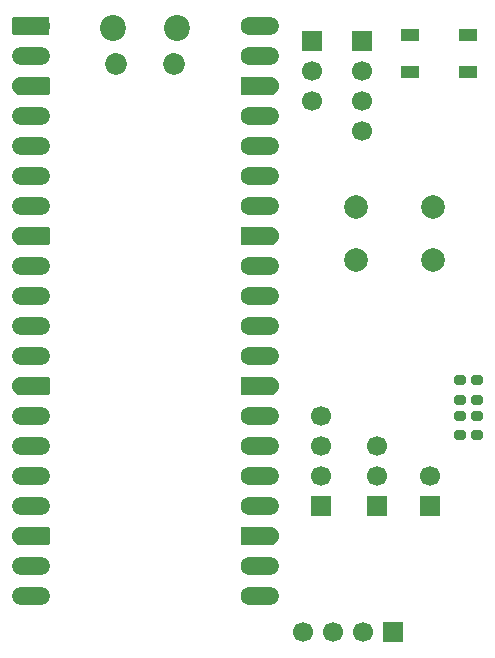
<source format=gbr>
%TF.GenerationSoftware,KiCad,Pcbnew,9.0.6*%
%TF.CreationDate,2025-11-19T19:53:09-08:00*%
%TF.ProjectId,LED sniffer project,4c454420-736e-4696-9666-65722070726f,1.0*%
%TF.SameCoordinates,Original*%
%TF.FileFunction,Soldermask,Top*%
%TF.FilePolarity,Negative*%
%FSLAX46Y46*%
G04 Gerber Fmt 4.6, Leading zero omitted, Abs format (unit mm)*
G04 Created by KiCad (PCBNEW 9.0.6) date 2025-11-19 19:53:09*
%MOMM*%
%LPD*%
G01*
G04 APERTURE LIST*
G04 Aperture macros list*
%AMRoundRect*
0 Rectangle with rounded corners*
0 $1 Rounding radius*
0 $2 $3 $4 $5 $6 $7 $8 $9 X,Y pos of 4 corners*
0 Add a 4 corners polygon primitive as box body*
4,1,4,$2,$3,$4,$5,$6,$7,$8,$9,$2,$3,0*
0 Add four circle primitives for the rounded corners*
1,1,$1+$1,$2,$3*
1,1,$1+$1,$4,$5*
1,1,$1+$1,$6,$7*
1,1,$1+$1,$8,$9*
0 Add four rect primitives between the rounded corners*
20,1,$1+$1,$2,$3,$4,$5,0*
20,1,$1+$1,$4,$5,$6,$7,0*
20,1,$1+$1,$6,$7,$8,$9,0*
20,1,$1+$1,$8,$9,$2,$3,0*%
%AMFreePoly0*
4,1,37,0.800000,0.796148,0.878414,0.796148,1.032228,0.765552,1.177117,0.705537,1.307515,0.618408,1.418408,0.507515,1.505537,0.377117,1.565552,0.232228,1.596148,0.078414,1.596148,-0.078414,1.565552,-0.232228,1.505537,-0.377117,1.418408,-0.507515,1.307515,-0.618408,1.177117,-0.705537,1.032228,-0.765552,0.878414,-0.796148,0.800000,-0.796148,0.800000,-0.800000,-1.400000,-0.800000,
-1.403843,-0.796157,-1.439018,-0.796157,-1.511114,-0.766294,-1.566294,-0.711114,-1.596157,-0.639018,-1.596157,-0.603843,-1.600000,-0.600000,-1.600000,0.600000,-1.596157,0.603843,-1.596157,0.639018,-1.566294,0.711114,-1.511114,0.766294,-1.439018,0.796157,-1.403843,0.796157,-1.400000,0.800000,0.800000,0.800000,0.800000,0.796148,0.800000,0.796148,$1*%
%AMFreePoly1*
4,1,37,1.403843,0.796157,1.439018,0.796157,1.511114,0.766294,1.566294,0.711114,1.596157,0.639018,1.596157,0.603843,1.600000,0.600000,1.600000,-0.600000,1.596157,-0.603843,1.596157,-0.639018,1.566294,-0.711114,1.511114,-0.766294,1.439018,-0.796157,1.403843,-0.796157,1.400000,-0.800000,-0.800000,-0.800000,-0.800000,-0.796148,-0.878414,-0.796148,-1.032228,-0.765552,-1.177117,-0.705537,
-1.307515,-0.618408,-1.418408,-0.507515,-1.505537,-0.377117,-1.565552,-0.232228,-1.596148,-0.078414,-1.596148,0.078414,-1.565552,0.232228,-1.505537,0.377117,-1.418408,0.507515,-1.307515,0.618408,-1.177117,0.705537,-1.032228,0.765552,-0.878414,0.796148,-0.800000,0.796148,-0.800000,0.800000,1.400000,0.800000,1.403843,0.796157,1.403843,0.796157,$1*%
%AMFreePoly2*
4,1,37,0.603843,0.796157,0.639018,0.796157,0.711114,0.766294,0.766294,0.711114,0.796157,0.639018,0.796157,0.603843,0.800000,0.600000,0.800000,-0.600000,0.796157,-0.603843,0.796157,-0.639018,0.766294,-0.711114,0.711114,-0.766294,0.639018,-0.796157,0.603843,-0.796157,0.600000,-0.800000,0.000000,-0.800000,0.000000,-0.796148,-0.078414,-0.796148,-0.232228,-0.765552,-0.377117,-0.705537,
-0.507515,-0.618408,-0.618408,-0.507515,-0.705537,-0.377117,-0.765552,-0.232228,-0.796148,-0.078414,-0.796148,0.078414,-0.765552,0.232228,-0.705537,0.377117,-0.618408,0.507515,-0.507515,0.618408,-0.377117,0.705537,-0.232228,0.765552,-0.078414,0.796148,0.000000,0.796148,0.000000,0.800000,0.600000,0.800000,0.603843,0.796157,0.603843,0.796157,$1*%
%AMFreePoly3*
4,1,37,0.000000,0.796148,0.078414,0.796148,0.232228,0.765552,0.377117,0.705537,0.507515,0.618408,0.618408,0.507515,0.705537,0.377117,0.765552,0.232228,0.796148,0.078414,0.796148,-0.078414,0.765552,-0.232228,0.705537,-0.377117,0.618408,-0.507515,0.507515,-0.618408,0.377117,-0.705537,0.232228,-0.765552,0.078414,-0.796148,0.000000,-0.796148,0.000000,-0.800000,-0.600000,-0.800000,
-0.603843,-0.796157,-0.639018,-0.796157,-0.711114,-0.766294,-0.766294,-0.711114,-0.796157,-0.639018,-0.796157,-0.603843,-0.800000,-0.600000,-0.800000,0.600000,-0.796157,0.603843,-0.796157,0.639018,-0.766294,0.711114,-0.711114,0.766294,-0.639018,0.796157,-0.603843,0.796157,-0.600000,0.800000,0.000000,0.800000,0.000000,0.796148,0.000000,0.796148,$1*%
G04 Aperture macros list end*
%ADD10C,1.700000*%
%ADD11R,1.700000X1.700000*%
%ADD12C,2.200000*%
%ADD13C,1.850000*%
%ADD14FreePoly0,0.000000*%
%ADD15RoundRect,0.200000X-0.600000X-0.600000X0.600000X-0.600000X0.600000X0.600000X-0.600000X0.600000X0*%
%ADD16RoundRect,0.800000X-0.800000X-0.000010X0.800000X-0.000010X0.800000X0.000010X-0.800000X0.000010X0*%
%ADD17C,1.600000*%
%ADD18FreePoly1,0.000000*%
%ADD19FreePoly2,0.000000*%
%ADD20FreePoly3,0.000000*%
%ADD21RoundRect,0.200000X0.275000X-0.200000X0.275000X0.200000X-0.275000X0.200000X-0.275000X-0.200000X0*%
%ADD22RoundRect,0.200000X-0.275000X0.200000X-0.275000X-0.200000X0.275000X-0.200000X0.275000X0.200000X0*%
%ADD23C,2.000000*%
%ADD24R,1.500000X1.000000*%
G04 APERTURE END LIST*
D10*
%TO.C,J6*%
X150440000Y-104250000D03*
X152980000Y-104250000D03*
X155520000Y-104250000D03*
D11*
X158060000Y-104250000D03*
%TD*%
%TO.C,J4*%
X156750000Y-93540000D03*
D10*
X156750000Y-91000000D03*
X156750000Y-88460000D03*
%TD*%
D11*
%TO.C,J3*%
X161250000Y-93525000D03*
D10*
X161250000Y-90985000D03*
%TD*%
D11*
%TO.C,J2*%
X155500000Y-54190000D03*
D10*
X155500000Y-56730000D03*
X155500000Y-59270000D03*
X155500000Y-61810000D03*
%TD*%
D11*
%TO.C,J1*%
X151250000Y-54210000D03*
D10*
X151250000Y-56750000D03*
X151250000Y-59290000D03*
%TD*%
D11*
%TO.C,J5*%
X152000000Y-93560000D03*
D10*
X152000000Y-91020000D03*
X152000000Y-88480000D03*
X152000000Y-85940000D03*
%TD*%
D12*
%TO.C,PICO_MAIN1*%
X134385000Y-53090000D03*
D13*
X134685000Y-56120000D03*
X139535000Y-56120000D03*
D12*
X139835000Y-53090000D03*
D14*
X127420000Y-52960000D03*
D15*
X128220000Y-52960000D03*
D16*
X127420000Y-55500000D03*
D17*
X128220000Y-55500000D03*
D18*
X127420000Y-58040000D03*
D19*
X128220000Y-58040000D03*
D16*
X127420000Y-60580000D03*
D17*
X128220000Y-60580000D03*
D16*
X127420000Y-63120000D03*
D17*
X128220000Y-63120000D03*
D16*
X127420000Y-65660000D03*
D17*
X128220000Y-65660000D03*
D16*
X127420000Y-68200000D03*
D17*
X128220000Y-68200000D03*
D18*
X127420000Y-70740000D03*
D19*
X128220000Y-70740000D03*
D16*
X127420000Y-73280000D03*
D17*
X128220000Y-73280000D03*
D16*
X127420000Y-75820000D03*
D17*
X128220000Y-75820000D03*
D16*
X127420000Y-78360000D03*
D17*
X128220000Y-78360000D03*
D16*
X127420000Y-80900000D03*
D17*
X128220000Y-80900000D03*
D18*
X127420000Y-83440000D03*
D19*
X128220000Y-83440000D03*
D16*
X127420000Y-85980000D03*
D17*
X128220000Y-85980000D03*
D16*
X127420000Y-88520000D03*
D17*
X128220000Y-88520000D03*
D16*
X127420000Y-91060000D03*
D17*
X128220000Y-91060000D03*
D16*
X127420000Y-93600000D03*
D17*
X128220000Y-93600000D03*
D18*
X127420000Y-96140000D03*
D19*
X128220000Y-96140000D03*
D16*
X127420000Y-98680000D03*
D17*
X128220000Y-98680000D03*
D16*
X127420000Y-101220000D03*
D17*
X128220000Y-101220000D03*
X146000000Y-101220000D03*
D16*
X146800000Y-101220000D03*
D17*
X146000000Y-98680000D03*
D16*
X146800000Y-98680000D03*
D20*
X146000000Y-96140000D03*
D14*
X146800000Y-96140000D03*
D17*
X146000000Y-93600000D03*
D16*
X146800000Y-93600000D03*
D17*
X146000000Y-91060000D03*
D16*
X146800000Y-91060000D03*
D17*
X146000000Y-88520000D03*
D16*
X146800000Y-88520000D03*
D17*
X146000000Y-85980000D03*
D16*
X146800000Y-85980000D03*
D20*
X146000000Y-83440000D03*
D14*
X146800000Y-83440000D03*
D17*
X146000000Y-80900000D03*
D16*
X146800000Y-80900000D03*
D17*
X146000000Y-78360000D03*
D16*
X146800000Y-78360000D03*
D17*
X146000000Y-75820000D03*
D16*
X146800000Y-75820000D03*
D17*
X146000000Y-73280000D03*
D16*
X146800000Y-73280000D03*
D20*
X146000000Y-70740000D03*
D14*
X146800000Y-70740000D03*
D17*
X146000000Y-68200000D03*
D16*
X146800000Y-68200000D03*
D17*
X146000000Y-65660000D03*
D16*
X146800000Y-65660000D03*
D17*
X146000000Y-63120000D03*
D16*
X146800000Y-63120000D03*
D17*
X146000000Y-60580000D03*
D16*
X146800000Y-60580000D03*
D20*
X146000000Y-58040000D03*
D14*
X146800000Y-58040000D03*
D17*
X146000000Y-55500000D03*
D16*
X146800000Y-55500000D03*
D17*
X146000000Y-52960000D03*
D16*
X146800000Y-52960000D03*
%TD*%
D21*
%TO.C,R1*%
X165250000Y-87575000D03*
X165250000Y-85925000D03*
%TD*%
D22*
%TO.C,R2*%
X163750000Y-85925000D03*
X163750000Y-87575000D03*
%TD*%
D21*
%TO.C,R3*%
X165250000Y-84575000D03*
X165250000Y-82925000D03*
%TD*%
D22*
%TO.C,R4*%
X163750000Y-82925000D03*
X163750000Y-84575000D03*
%TD*%
D23*
%TO.C,SW1*%
X155000000Y-68250000D03*
X161500000Y-68250000D03*
X155000000Y-72750000D03*
X161500000Y-72750000D03*
%TD*%
D24*
%TO.C,D1*%
X164450000Y-56850000D03*
X164450000Y-53650000D03*
X159550000Y-53650000D03*
X159550000Y-56850000D03*
%TD*%
M02*

</source>
